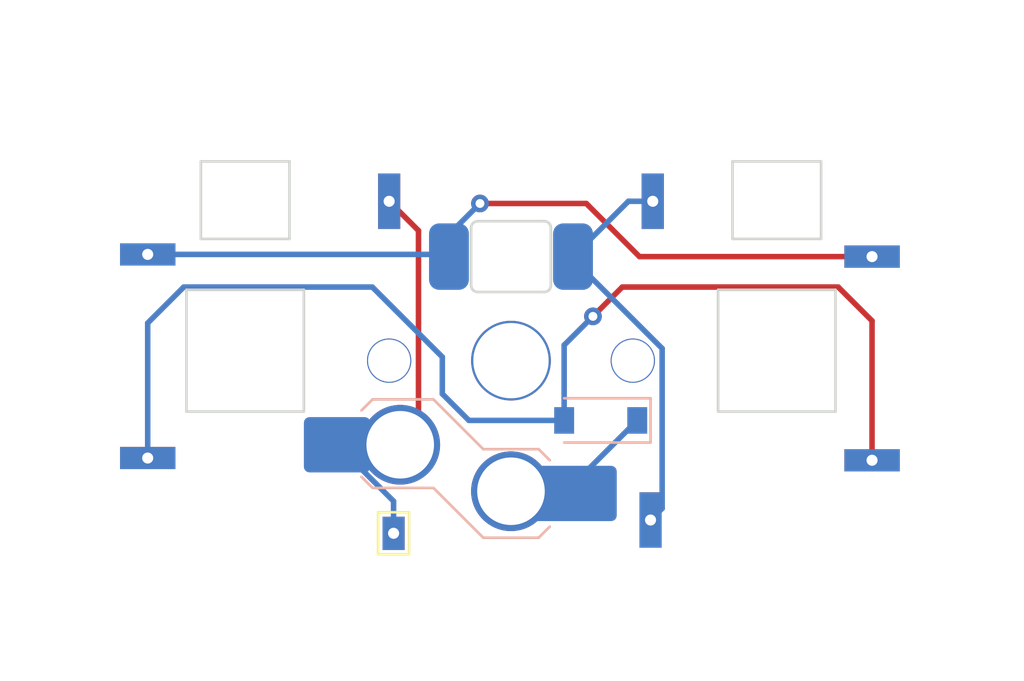
<source format=kicad_pcb>
(kicad_pcb (version 20211014) (generator pcbnew)
  (layers (0 "F.Cu" signal) (31 "B.Cu" signal) (34 "B.Paste" user) (35 "F.Paste" user) (36 "B.SilkS" user "B.Silkscreen") (37 "F.SilkS" user "F.Silkscreen") (38 "B.Mask" user) (39 "F.Mask" user) (44 "Edge.Cuts" user))
  (net 0 "")
  (net 1 "Net-(D1-Pad1)")
  (net 2 "Net-(D1-Pad2)")
  (net 3 "Net-(J3-Pad1)")
  (net 4 "Net-(J4-Pad1)")
  (net 5 "Net-(J7-Pad1)")
  (footprint "Giri-Kailh-Choc:MountingHole_1.2mm_M1" (layer "F.Cu") (at 116.8 92.5)
    (fp_text reference "H3")
    (fp_text value "MountingHole")
    (pad "" np_thru_hole circle (at 0 0) (size 1.2 1.2) (drill 1.2) (layers F&B.Cu *.Mask))
  )
  (footprint "Giri-Kailh-Choc:MountingHole_1.2mm_M1" (layer "F.Cu") (at 116.8 107.5)
    (fp_text reference "H2")
    (fp_text value "MountingHole")
    (pad "" np_thru_hole circle (at 0 0) (size 1.2 1.2) (drill 1.2) (layers F&B.Cu *.Mask))
  )
  (footprint "Giri-Kailh-Choc:TestPoint_THTPad_1.0x2.5mm_Drill0.5mm" (layer "F.Cu") (at 116.3 104.5)
    (fp_text reference "J2")
    (fp_text value "Conn_01x01_Male")
    (pad "1" thru_hole rect (at 0 0) (size 2.5 1) (drill 0.5) (layers *.Cu *.Mask) (net 2 "Net-(D1-Pad2)"))
  )
  (footprint "Giri-Kailh-Choc:TestPoint_THTPad_1.0x1.5mm_Drill0.5mm" (layer "F.Cu") (at 94.7 107.8 90)
    (fp_text reference "J3")
    (fp_text value "Conn_01x01_Male")
    (fp_line (start -0.95 0.7) (end -0.95 -0.7) (layer "F.SilkS") (width 0.12))
    (fp_line (start 0.95 -0.7) (end 0.95 0.7) (layer "F.SilkS") (width 0.12))
    (fp_line (start 0.95 0.7) (end -0.95 0.7) (layer "F.SilkS") (width 0.12))
    (fp_line (start -0.95 -0.7) (end 0.95 -0.7) (layer "F.SilkS") (width 0.12))
    (pad "1" thru_hole rect (at 0 0 90) (size 1.5 1) (drill 0.5) (layers *.Cu *.Mask) (net 3 "Net-(J3-Pad1)"))
  )
  (footprint "Giri-Kailh-Choc:TestPoint_THTPad_1.0x2.5mm_Drill0.5mm" (layer "F.Cu") (at 116.3 95.3)
    (fp_text reference "J8")
    (fp_text value "Conn_01x01_Male")
    (pad "1" thru_hole rect (at 0 0) (size 2.5 1) (drill 0.5) (layers *.Cu *.Mask) (net 5 "Net-(J7-Pad1)"))
  )
  (footprint "Giri-Kailh-Choc:TestPoint_THTPad_1.0x2.5mm_Drill0.5mm" (layer "F.Cu") (at 83.6 95.2)
    (fp_text reference "J7")
    (fp_text value "Conn_01x01_Male")
    (pad "1" thru_hole rect (at 0 0) (size 2.5 1) (drill 0.5) (layers *.Cu *.Mask) (net 5 "Net-(J7-Pad1)"))
  )
  (footprint "Giri-Kailh-Choc:SW_Hotswap_Kailh_Choc_V1_plated_girish2" (layer "F.Cu") (at 100 100)
    (fp_text reference "SW1")
    (fp_text value "SW_DIP_x02")
    (fp_line (start -3.5 1.75) (end -1.25 4) (layer "B.SilkS") (width 0.12))
    (fp_line (start 1.25 8) (end -1.25 8) (layer "B.SilkS") (width 0.12))
    (fp_line (start -3.5 5.75) (end -6.25 5.75) (layer "B.SilkS") (width 0.12))
    (fp_line (start -6.75 2.25) (end -6.25 1.75) (layer "B.SilkS") (width 0.12))
    (fp_line (start -6.25 1.75) (end -3.5 1.75) (layer "B.SilkS") (width 0.12))
    (fp_line (start -1.25 4) (end 1.25 4) (layer "B.SilkS") (width 0.12))
    (fp_line (start 1.75 7.5) (end 1.25 8) (layer "B.SilkS") (width 0.12))
    (fp_line (start -6.25 5.75) (end -6.75 5.25) (layer "B.SilkS") (width 0.12))
    (fp_line (start 1.25 4) (end 1.75 4.5) (layer "B.SilkS") (width 0.12))
    (fp_line (start -1.25 8) (end -3.5 5.75) (layer "B.SilkS") (width 0.12))
    (fp_line (start 1.8 -3.4) (end 1.8 -6) (layer "Edge.Cuts") (width 0.12))
    (fp_line (start -1.5 -3.1) (end 1.5 -3.1) (layer "Edge.Cuts") (width 0.12))
    (fp_line (start -1.8 -6) (end -1.8 -3.4) (layer "Edge.Cuts") (width 0.12))
    (fp_line (start 1.5 -6.3) (end -1.5 -6.3) (layer "Edge.Cuts") (width 0.12))
    (fp_arc (start 1.5 -6.3) (mid 1.712132 -6.212132) (end 1.8 -6) (layer "Edge.Cuts") (width 0.12))
    (fp_arc (start -1.5 -3.1) (mid -1.712132 -3.187868) (end -1.8 -3.4) (layer "Edge.Cuts") (width 0.12))
    (fp_arc (start -1.8 -6) (mid -1.712132 -6.212132) (end -1.5 -6.3) (layer "Edge.Cuts") (width 0.12))
    (fp_arc (start 1.8 -3.4) (mid 1.712132 -3.187868) (end 1.5 -3.1) (layer "Edge.Cuts") (width 0.12))
    (pad "" np_thru_hole circle (at 5.5 0 180) (size 2 2) (drill 1.9) (layers F&B.Cu *.Mask))
    (pad "" np_thru_hole circle (at -5.5 0 180) (size 2 2) (drill 1.9) (layers F&B.Cu *.Mask))
    (pad "" np_thru_hole circle (at 0 0 180) (size 3.6 3.6) (drill 3.4) (layers F&B.Cu *.Mask))
    (pad "1" smd roundrect (at 2.85 6 180) (size 3.85 2.5) (layers "B.Cu" "B.Paste" "B.Mask") (roundrect_rratio 0.1) (net 1 "Net-(D1-Pad1)"))
    (pad "1" thru_hole circle (at 0 5.9 180) (size 3.6 3.6) (drill 3.05) (layers *.Cu "B.Mask") (net 1 "Net-(D1-Pad1)"))
    (pad "2" smd roundrect (at 2.8 -4.7) (size 1.8 3) (layers "B.Cu" "B.Paste" "B.Mask") (net 4 "Net-(J4-Pad1)"))
    (pad "3" smd roundrect (at -7.85 3.8 180) (size 3 2.5) (layers "B.Cu" "B.Paste" "B.Mask") (roundrect_rratio 0.1) (net 3 "Net-(J3-Pad1)"))
    (pad "3" thru_hole circle (at -5 3.8 180) (size 3.6 3.6) (drill 3.05) (layers *.Cu "B.Mask") (net 3 "Net-(J3-Pad1)"))
    (pad "4" smd roundrect (at -2.8 -4.7) (size 1.8 3) (layers "B.Cu" "B.Paste" "B.Mask") (net 5 "Net-(J7-Pad1)"))
  )
  (footprint "Giri-Kailh-Choc:MountingHole_1.2mm_M1" (layer "F.Cu") (at 83.3 107.4)
    (fp_text reference "H4")
    (fp_text value "MountingHole")
    (pad "" np_thru_hole circle (at 0 0) (size 1.2 1.2) (drill 1.2) (layers F&B.Cu *.Mask))
  )
  (footprint "Giri-Kailh-Choc:TestPoint_THTPad_1.0x2.5mm_Drill0.5mm" (layer "F.Cu") (at 83.6 104.4)
    (fp_text reference "J1")
    (fp_text value "Conn_01x01_Male")
    (pad "1" thru_hole rect (at 0 0) (size 2.5 1) (drill 0.5) (layers *.Cu *.Mask) (net 2 "Net-(D1-Pad2)"))
  )
  (footprint "Giri-Kailh-Choc:TestPoint_THTPad_1.0x2.5mm_Drill0.5mm" (layer "F.Cu") (at 106.3 107.2 90)
    (fp_text reference "J5")
    (fp_text value "Conn_01x01_Male")
    (pad "1" thru_hole rect (at 0 0 90) (size 2.5 1) (drill 0.5) (layers *.Cu *.Mask) (net 4 "Net-(J4-Pad1)"))
  )
  (footprint "Giri-Kailh-Choc:MountingHole_1.2mm_M1" (layer "F.Cu") (at 83.2 92.4)
    (fp_text reference "H1")
    (fp_text value "MountingHole")
    (pad "" np_thru_hole circle (at 0 0) (size 1.2 1.2) (drill 1.2) (layers F&B.Cu *.Mask))
  )
  (footprint "Giri-Kailh-Choc:TestPoint_THTPad_1.0x2.5mm_Drill0.5mm" (layer "F.Cu") (at 106.4 92.8 90)
    (fp_text reference "J4")
    (fp_text value "Conn_01x01_Male")
    (pad "1" thru_hole rect (at 0 0 90) (size 2.5 1) (drill 0.5) (layers *.Cu *.Mask) (net 4 "Net-(J4-Pad1)"))
  )
  (footprint "Giri-Kailh-Choc:TestPoint_THTPad_1.0x2.5mm_Drill0.5mm" (layer "F.Cu") (at 94.5 92.8 90)
    (fp_text reference "J6")
    (fp_text value "Conn_01x01_Male")
    (pad "1" thru_hole rect (at 0 0 90) (size 2.5 1) (drill 0.5) (layers *.Cu *.Mask) (net 3 "Net-(J3-Pad1)"))
  )
  (footprint "Giri-Kailh-Choc:Kailh-PG1350-2u-stabilizer-refined" (layer "F.Cu") (at 100 100)
    (fp_text reference "H5")
    (fp_text value "MountingHole" hide)
    (fp_line (start 14.65 2.3) (end 14.65 -3.2) (layer "Edge.Cuts") (width 0.12))
    (fp_line (start 10 -9) (end 14 -9) (layer "Edge.Cuts") (width 0.12))
    (fp_line (start -14 -5.5) (end -10 -5.5) (layer "Edge.Cuts") (width 0.12))
    (fp_line (start 10 -5.5) (end 14 -5.5) (layer "Edge.Cuts") (width 0.12))
    (fp_line (start -14.65 -3.2) (end -14.65 2.3) (layer "Edge.Cuts") (width 0.12))
    (fp_line (start -9.35 2.3) (end -9.35 -3.2) (layer "Edge.Cuts") (width 0.12))
    (fp_line (start -14 -9) (end -14 -5.5) (layer "Edge.Cuts") (width 0.12))
    (fp_line (start 14 -5.5) (end 14 -9) (layer "Edge.Cuts") (width 0.12))
    (fp_line (start -14.65 2.3) (end -9.35 2.3) (layer "Edge.Cuts") (width 0.12))
    (fp_line (start 9.35 2.3) (end 14.65 2.3) (layer "Edge.Cuts") (width 0.12))
    (fp_line (start 9.35 -3.2) (end 14.65 -3.2) (layer "Edge.Cuts") (width 0.12))
    (fp_line (start -14.65 -3.2) (end -9.35 -3.2) (layer "Edge.Cuts") (width 0.12))
    (fp_line (start -10 -5.5) (end -10 -9) (layer "Edge.Cuts") (width 0.12))
    (fp_line (start -14 -9) (end -10 -9) (layer "Edge.Cuts") (width 0.12))
    (fp_line (start 10 -9) (end 10 -5.5) (layer "Edge.Cuts") (width 0.12))
    (fp_line (start 9.35 -3.2) (end 9.35 2.3) (layer "Edge.Cuts") (width 0.12))
  )
  (footprint "Giri-Kailh-Choc:D_SOD-123" (layer "B.Cu") (at 104.05 102.7 180)
    (fp_text reference "D1")
    (fp_text value "DIODE")
    (fp_line (start -2.25 1) (end 1.65 1) (layer "B.SilkS") (width 0.12))
    (fp_line (start -2.25 1) (end -2.25 -1) (layer "B.SilkS") (width 0.12))
    (fp_line (start -2.25 -1) (end 1.65 -1) (layer "B.SilkS") (width 0.12))
    (pad "1" smd rect (at -1.65 0 180) (size 0.9 1.2) (layers "B.Cu" "B.Paste" "B.Mask") (net 1 "Net-(D1-Pad1)"))
    (pad "2" smd rect (at 1.65 0 180) (size 0.9 1.2) (layers "B.Cu" "B.Paste" "B.Mask") (net 2 "Net-(D1-Pad2)"))
  )
  (segment (start 102.85 105.55) (end 105.7 102.7) (width 0.25) (layer "B.Cu") (net 1))
  (segment (start 102.85 106) (end 102.85 105.55) (width 0.25) (layer "B.Cu") (net 1))
  (segment (start 105.02502 96.67498) (end 114.77498 96.67498) (width 0.25) (layer "F.Cu") (net 2))
  (segment (start 116.3 98.2) (end 116.3 104.5) (width 0.25) (layer "F.Cu") (net 2))
  (segment (start 103.7 98) (end 105.02502 96.67498) (width 0.25) (layer "F.Cu") (net 2))
  (segment (start 114.77498 96.67498) (end 116.3 98.2) (width 0.25) (layer "F.Cu") (net 2))
  (via (at 103.7 98) (size 0.8) (drill 0.4) (layers "F.Cu" "B.Cu") (net 2))
  (segment (start 102.4 102.7) (end 102.4 99.3) (width 0.25) (layer "B.Cu") (net 2))
  (segment (start 85.22502 96.67498) (end 93.741163 96.67498) (width 0.25) (layer "B.Cu") (net 2))
  (segment (start 102.4 99.3) (end 103.7 98) (width 0.25) (layer "B.Cu") (net 2))
  (segment (start 83.6 104.4) (end 83.6 98.3) (width 0.25) (layer "B.Cu") (net 2))
  (segment (start 96.9 101.5) (end 98.1 102.7) (width 0.25) (layer "B.Cu") (net 2))
  (segment (start 98.1 102.7) (end 102.4 102.7) (width 0.25) (layer "B.Cu") (net 2))
  (segment (start 83.6 98.3) (end 85.22502 96.67498) (width 0.25) (layer "B.Cu") (net 2))
  (segment (start 93.741163 96.67498) (end 96.9 99.833817) (width 0.25) (layer "B.Cu") (net 2))
  (segment (start 96.9 99.833817) (end 96.9 101.5) (width 0.25) (layer "B.Cu") (net 2))
  (segment (start 95.824521 102.975479) (end 95 103.8) (width 0.25) (layer "F.Cu") (net 3))
  (segment (start 94.5 92.8) (end 95.824521 94.124521) (width 0.25) (layer "F.Cu") (net 3))
  (segment (start 95.824521 94.124521) (end 95.824521 102.975479) (width 0.25) (layer "F.Cu") (net 3))
  (segment (start 92.15 103.8) (end 94.7 106.35) (width 0.25) (layer "B.Cu") (net 3))
  (segment (start 94.7 106.35) (end 94.7 107.8) (width 0.25) (layer "B.Cu") (net 3))
  (segment (start 102.8 95.3) (end 105.3 92.8) (width 0.25) (layer "B.Cu") (net 4))
  (segment (start 106.824521 106.675479) (end 106.3 107.2) (width 0.25) (layer "B.Cu") (net 4))
  (segment (start 106.824521 99.451364) (end 106.824521 106.675479) (width 0.25) (layer "B.Cu") (net 4))
  (segment (start 102.8 95.3) (end 102.8 95.426843) (width 0.25) (layer "B.Cu") (net 4))
  (segment (start 105.3 92.8) (end 106.4 92.8) (width 0.25) (layer "B.Cu") (net 4))
  (segment (start 102.8 95.426843) (end 106.824521 99.451364) (width 0.25) (layer "B.Cu") (net 4))
  (segment (start 103.5 93) (end 103.4 92.9) (width 0.25) (layer "F.Cu") (net 5))
  (segment (start 103.4 92.9) (end 98.6 92.9) (width 0.25) (layer "F.Cu") (net 5))
  (segment (start 116.3 95.3) (end 105.8 95.3) (width 0.25) (layer "F.Cu") (net 5))
  (segment (start 105.8 95.3) (end 103.5 93) (width 0.25) (layer "F.Cu") (net 5))
  (via (at 98.6 92.9) (size 0.8) (drill 0.4) (layers "F.Cu" "B.Cu") (net 5))
  (segment (start 97.1 95.2) (end 83.6 95.2) (width 0.25) (layer "B.Cu") (net 5))
  (segment (start 97.2 94.3) (end 97.2 95.3) (width 0.25) (layer "B.Cu") (net 5))
  (segment (start 97.2 95.3) (end 97.1 95.2) (width 0.25) (layer "B.Cu") (net 5))
  (segment (start 98.6 92.9) (end 97.2 94.3) (width 0.25) (layer "B.Cu") (net 5))
)
</source>
